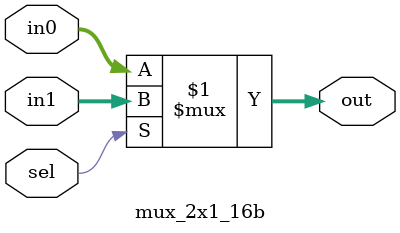
<source format=v>
`timescale 1ns / 1ps

module mux_2x1_16b#(parameter N=16)(
    output [N-1 : 0] out,
    input [N-1 : 0] in0,
    input [N-1 : 0] in1,
    input sel
    );
    
    assign out  = sel ? in1 : in0;
    
endmodule

</source>
